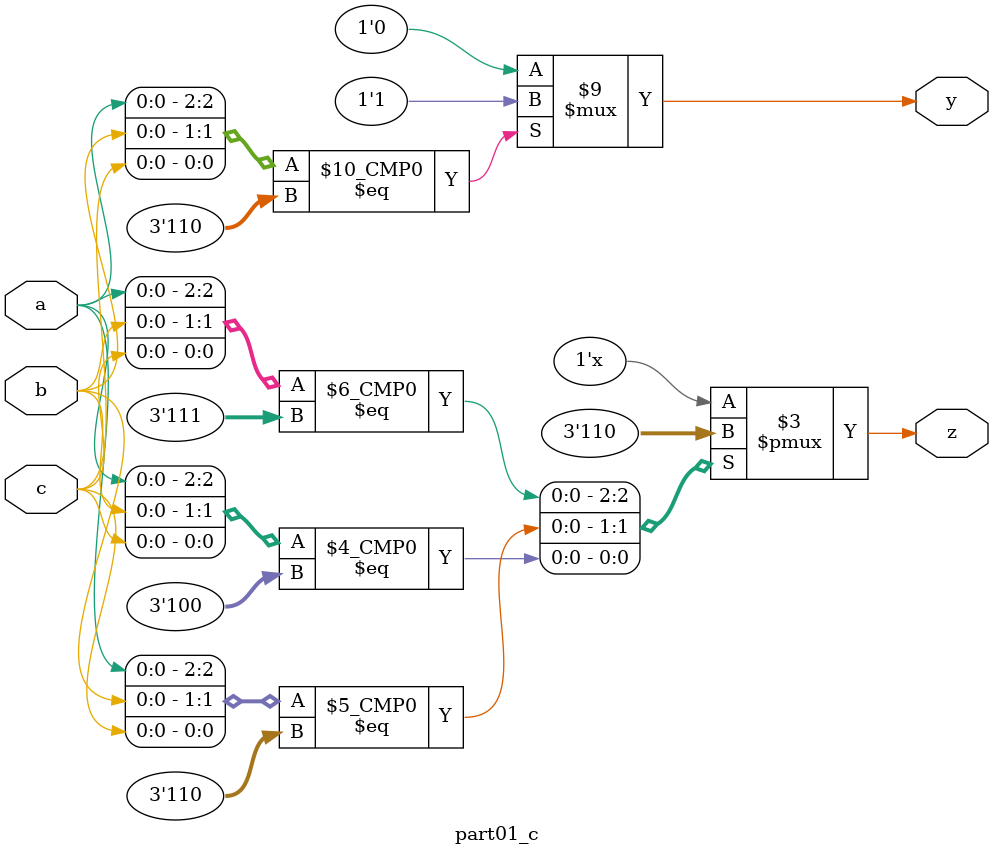
<source format=v>
`timescale 1ns / 1ps
module part01_c(
		input a,
		input b,
		input c,
		output reg y,
		output reg z
	);

	always @(a or b or c) begin

		case({a, b, c})
		
			3'b111: begin
				y <= 1'b0;
				z <= 1'b1;
			end
		
			3'b110: begin
				y <= 1'b1;
				z <= 1'b1;
			end
			
			3'b100: begin
				y <= 1'b0;
				z <= 1'b0;
			end
			
			default begin
				y <= 1'b0;
				z <= 1'bx;
			end
		
		endcase

	end

endmodule

</source>
